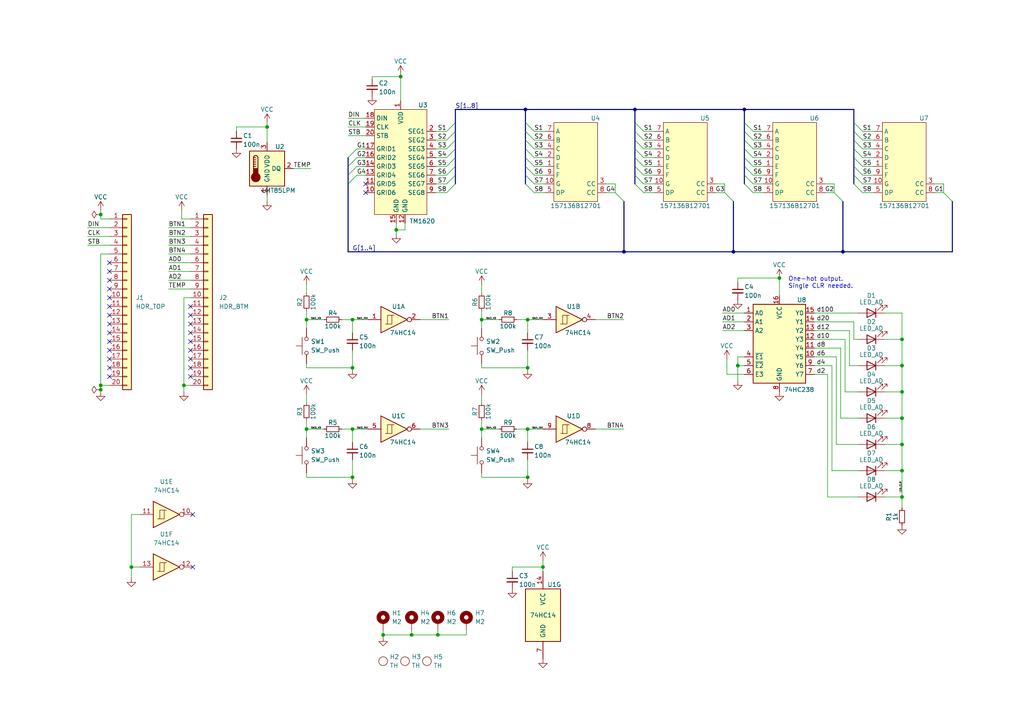
<source format=kicad_sch>
(kicad_sch (version 20211123) (generator eeschema)
  (paper "A4")
  (junction (at 153.035 92.71))
  (junction (at 213.995 106.045))
  (junction (at 261.62 128.905))
  (junction (at 244.475 73.025))
  (junction (at 261.62 106.045))
  (junction (at 102.235 106.68))
  (junction (at 116.205 22.225))
  (junction (at 114.935 66.675))
  (junction (at 139.7 124.46))
  (junction (at 102.235 92.71))
  (junction (at 157.48 164.465))
  (junction (at 29.21 111.76))
  (junction (at 215.9 31.75))
  (junction (at 226.06 80.645))
  (junction (at 139.7 92.71))
  (junction (at 261.62 136.525))
  (junction (at 153.035 124.46))
  (junction (at 180.975 73.025))
  (junction (at 127 184.15))
  (junction (at 261.62 144.145))
  (junction (at 38.1 164.465))
  (junction (at 29.21 62.23))
  (junction (at 88.9 92.71))
  (junction (at 102.235 138.43))
  (junction (at 102.235 124.46))
  (junction (at 261.62 121.285))
  (junction (at 88.9 124.46))
  (junction (at 77.47 36.83))
  (junction (at 261.62 113.665))
  (junction (at 119.38 184.15))
  (junction (at 153.035 106.68))
  (junction (at 111.125 184.15))
  (junction (at 212.725 73.025))
  (junction (at 153.035 138.43))
  (junction (at 29.21 113.03))
  (junction (at 53.34 111.76))
  (junction (at 261.62 98.425))
  (junction (at 184.15 31.75))
  (junction (at 152.4 31.75))
  (no_connect (at 31.75 109.22))
  (no_connect (at 31.75 83.82))
  (no_connect (at 31.75 78.74))
  (no_connect (at 55.245 96.52))
  (no_connect (at 55.245 106.68))
  (no_connect (at 55.245 104.14))
  (no_connect (at 31.75 81.28))
  (no_connect (at 31.75 104.14))
  (no_connect (at 55.88 149.225))
  (no_connect (at 31.75 93.98))
  (no_connect (at 106.045 55.88))
  (no_connect (at 31.75 88.9))
  (no_connect (at 55.245 101.6))
  (no_connect (at 31.75 101.6))
  (no_connect (at 31.75 91.44))
  (no_connect (at 31.75 96.52))
  (no_connect (at 31.75 86.36))
  (no_connect (at 55.245 99.06))
  (no_connect (at 55.88 164.465))
  (no_connect (at 31.75 76.2))
  (no_connect (at 31.75 106.68))
  (no_connect (at 106.045 53.34))
  (no_connect (at 55.245 91.44))
  (no_connect (at 55.245 88.9))
  (no_connect (at 55.245 109.22))
  (no_connect (at 31.75 99.06))
  (no_connect (at 55.245 93.98))
  (bus_entry (at 250.19 38.1) (size -2.54 -2.54))
  (bus_entry (at 218.44 43.18) (size -2.54 -2.54))
  (bus_entry (at 186.69 50.8) (size -2.54 -2.54))
  (bus_entry (at 129.54 48.26) (size 2.54 -2.54))
  (bus_entry (at 154.94 45.72) (size -2.54 -2.54))
  (bus_entry (at 186.69 40.64) (size -2.54 -2.54))
  (bus_entry (at 218.44 50.8) (size -2.54 -2.54))
  (bus_entry (at 186.69 48.26) (size -2.54 -2.54))
  (bus_entry (at 250.19 48.26) (size -2.54 -2.54))
  (bus_entry (at 154.94 55.88) (size -2.54 -2.54))
  (bus_entry (at 129.54 53.34) (size 2.54 -2.54))
  (bus_entry (at 186.69 38.1) (size -2.54 -2.54))
  (bus_entry (at 186.69 43.18) (size -2.54 -2.54))
  (bus_entry (at 241.935 55.88) (size 2.54 2.54))
  (bus_entry (at 129.54 55.88) (size 2.54 -2.54))
  (bus_entry (at 250.19 50.8) (size -2.54 -2.54))
  (bus_entry (at 250.19 40.64) (size -2.54 -2.54))
  (bus_entry (at 186.69 45.72) (size -2.54 -2.54))
  (bus_entry (at 129.54 38.1) (size 2.54 -2.54))
  (bus_entry (at 103.505 48.26) (size -2.54 2.54))
  (bus_entry (at 273.685 55.88) (size 2.54 2.54))
  (bus_entry (at 178.435 55.88) (size 2.54 2.54))
  (bus_entry (at 129.54 43.18) (size 2.54 -2.54))
  (bus_entry (at 129.54 50.8) (size 2.54 -2.54))
  (bus_entry (at 250.19 43.18) (size -2.54 -2.54))
  (bus_entry (at 250.19 53.34) (size -2.54 -2.54))
  (bus_entry (at 218.44 45.72) (size -2.54 -2.54))
  (bus_entry (at 186.69 55.88) (size -2.54 -2.54))
  (bus_entry (at 218.44 40.64) (size -2.54 -2.54))
  (bus_entry (at 218.44 48.26) (size -2.54 -2.54))
  (bus_entry (at 154.94 53.34) (size -2.54 -2.54))
  (bus_entry (at 103.505 45.72) (size -2.54 2.54))
  (bus_entry (at 103.505 43.18) (size -2.54 2.54))
  (bus_entry (at 218.44 53.34) (size -2.54 -2.54))
  (bus_entry (at 154.94 50.8) (size -2.54 -2.54))
  (bus_entry (at 129.54 45.72) (size 2.54 -2.54))
  (bus_entry (at 154.94 40.64) (size -2.54 -2.54))
  (bus_entry (at 250.19 45.72) (size -2.54 -2.54))
  (bus_entry (at 210.185 55.88) (size 2.54 2.54))
  (bus_entry (at 103.505 50.8) (size -2.54 2.54))
  (bus_entry (at 250.19 55.88) (size -2.54 -2.54))
  (bus_entry (at 218.44 38.1) (size -2.54 -2.54))
  (bus_entry (at 154.94 38.1) (size -2.54 -2.54))
  (bus_entry (at 154.94 48.26) (size -2.54 -2.54))
  (bus_entry (at 186.69 53.34) (size -2.54 -2.54))
  (bus_entry (at 129.54 40.64) (size 2.54 -2.54))
  (bus_entry (at 154.94 43.18) (size -2.54 -2.54))
  (bus_entry (at 218.44 55.88) (size -2.54 -2.54))
  (wire (pts (xy 53.34 113.665) (xy 53.34 111.76)))
  (wire (pts (xy 55.245 63.5) (xy 52.705 63.5)))
  (wire (pts (xy 261.62 113.665) (xy 256.54 113.665)))
  (wire (pts (xy 175.895 53.34) (xy 178.435 53.34)))
  (wire (pts (xy 236.22 103.505) (xy 242.57 103.505)))
  (bus (pts (xy 215.9 43.18) (xy 215.9 45.72)))
  (wire (pts (xy 158.115 38.1) (xy 154.94 38.1)))
  (bus (pts (xy 152.4 40.64) (xy 152.4 43.18)))
  (wire (pts (xy 221.615 38.1) (xy 218.44 38.1)))
  (wire (pts (xy 253.365 55.88) (xy 250.19 55.88)))
  (wire (pts (xy 52.705 60.96) (xy 52.705 63.5)))
  (bus (pts (xy 152.4 35.56) (xy 152.4 38.1)))
  (wire (pts (xy 139.7 121.92) (xy 139.7 124.46)))
  (wire (pts (xy 77.47 58.42) (xy 77.47 56.515)))
  (wire (pts (xy 261.62 121.285) (xy 261.62 128.905)))
  (wire (pts (xy 126.365 50.8) (xy 129.54 50.8)))
  (wire (pts (xy 246.38 95.885) (xy 246.38 106.045)))
  (bus (pts (xy 152.4 38.1) (xy 152.4 40.64)))
  (wire (pts (xy 271.145 55.88) (xy 273.685 55.88)))
  (wire (pts (xy 121.92 124.46) (xy 130.175 124.46)))
  (bus (pts (xy 184.15 38.1) (xy 184.15 40.64)))
  (wire (pts (xy 103.505 43.18) (xy 106.045 43.18)))
  (wire (pts (xy 213.995 106.045) (xy 215.9 106.045)))
  (wire (pts (xy 139.7 138.43) (xy 139.7 137.16)))
  (wire (pts (xy 236.22 108.585) (xy 240.03 108.585)))
  (wire (pts (xy 175.895 55.88) (xy 178.435 55.88)))
  (wire (pts (xy 68.58 36.83) (xy 77.47 36.83)))
  (wire (pts (xy 116.205 21.59) (xy 116.205 22.225)))
  (wire (pts (xy 207.645 53.34) (xy 210.185 53.34)))
  (wire (pts (xy 148.59 164.465) (xy 157.48 164.465)))
  (wire (pts (xy 48.895 71.12) (xy 55.245 71.12)))
  (wire (pts (xy 107.95 22.225) (xy 116.205 22.225)))
  (wire (pts (xy 102.235 101.6) (xy 102.235 106.68)))
  (wire (pts (xy 48.895 73.66) (xy 55.245 73.66)))
  (wire (pts (xy 213.995 106.045) (xy 213.995 103.505)))
  (wire (pts (xy 77.47 36.83) (xy 77.47 41.275)))
  (wire (pts (xy 149.86 92.71) (xy 153.035 92.71)))
  (wire (pts (xy 261.62 106.045) (xy 256.54 106.045)))
  (bus (pts (xy 132.08 50.8) (xy 132.08 48.26)))
  (wire (pts (xy 236.22 90.805) (xy 248.92 90.805)))
  (wire (pts (xy 247.65 93.345) (xy 247.65 98.425)))
  (wire (pts (xy 261.62 128.905) (xy 256.54 128.905)))
  (bus (pts (xy 152.4 45.72) (xy 152.4 48.26)))
  (wire (pts (xy 114.935 66.675) (xy 114.935 64.77)))
  (wire (pts (xy 153.035 106.68) (xy 139.7 106.68)))
  (bus (pts (xy 184.15 50.8) (xy 184.15 53.34)))
  (wire (pts (xy 153.035 133.35) (xy 153.035 138.43)))
  (bus (pts (xy 244.475 73.025) (xy 276.225 73.025)))
  (bus (pts (xy 184.15 45.72) (xy 184.15 48.26)))
  (bus (pts (xy 215.9 38.1) (xy 215.9 40.64)))
  (wire (pts (xy 100.965 36.83) (xy 106.045 36.83)))
  (bus (pts (xy 100.965 45.72) (xy 100.965 48.26)))
  (bus (pts (xy 247.65 35.56) (xy 247.65 38.1)))
  (wire (pts (xy 139.7 106.68) (xy 139.7 105.41)))
  (wire (pts (xy 111.125 184.785) (xy 111.125 184.15)))
  (wire (pts (xy 102.235 139.065) (xy 102.235 138.43)))
  (wire (pts (xy 29.21 113.665) (xy 29.21 113.03)))
  (wire (pts (xy 236.22 98.425) (xy 245.11 98.425)))
  (wire (pts (xy 236.22 93.345) (xy 247.65 93.345)))
  (wire (pts (xy 38.1 164.465) (xy 40.64 164.465)))
  (wire (pts (xy 126.365 45.72) (xy 129.54 45.72)))
  (wire (pts (xy 261.62 113.665) (xy 261.62 121.285)))
  (wire (pts (xy 157.48 162.56) (xy 157.48 164.465)))
  (wire (pts (xy 139.7 92.71) (xy 139.7 95.25)))
  (wire (pts (xy 29.21 113.03) (xy 29.21 111.76)))
  (bus (pts (xy 180.975 58.42) (xy 180.975 73.025)))
  (wire (pts (xy 221.615 53.34) (xy 218.44 53.34)))
  (wire (pts (xy 100.965 34.29) (xy 106.045 34.29)))
  (wire (pts (xy 153.035 139.065) (xy 153.035 138.43)))
  (wire (pts (xy 48.895 81.28) (xy 55.245 81.28)))
  (bus (pts (xy 215.9 35.56) (xy 215.9 38.1)))
  (wire (pts (xy 261.62 90.805) (xy 261.62 98.425)))
  (wire (pts (xy 107.95 22.86) (xy 107.95 22.225)))
  (bus (pts (xy 184.15 31.75) (xy 184.15 35.56)))
  (wire (pts (xy 213.995 110.49) (xy 213.995 106.045)))
  (wire (pts (xy 261.62 90.805) (xy 256.54 90.805)))
  (wire (pts (xy 48.895 68.58) (xy 55.245 68.58)))
  (wire (pts (xy 40.64 149.225) (xy 38.1 149.225)))
  (wire (pts (xy 242.57 128.905) (xy 248.92 128.905)))
  (bus (pts (xy 132.08 38.1) (xy 132.08 35.56)))
  (wire (pts (xy 102.235 106.68) (xy 88.9 106.68)))
  (wire (pts (xy 119.38 184.15) (xy 111.125 184.15)))
  (bus (pts (xy 132.08 53.34) (xy 132.08 50.8)))
  (bus (pts (xy 244.475 58.42) (xy 244.475 73.025)))
  (wire (pts (xy 119.38 182.88) (xy 119.38 184.15)))
  (bus (pts (xy 132.08 40.64) (xy 132.08 38.1)))
  (bus (pts (xy 247.65 43.18) (xy 247.65 45.72)))
  (bus (pts (xy 247.65 50.8) (xy 247.65 53.34)))
  (wire (pts (xy 25.4 68.58) (xy 31.75 68.58)))
  (wire (pts (xy 178.435 53.34) (xy 178.435 55.88)))
  (wire (pts (xy 99.06 124.46) (xy 102.235 124.46)))
  (wire (pts (xy 189.865 43.18) (xy 186.69 43.18)))
  (wire (pts (xy 221.615 40.64) (xy 218.44 40.64)))
  (wire (pts (xy 239.395 53.34) (xy 241.935 53.34)))
  (wire (pts (xy 189.865 55.88) (xy 186.69 55.88)))
  (wire (pts (xy 215.9 108.585) (xy 210.82 108.585)))
  (wire (pts (xy 271.145 53.34) (xy 273.685 53.34)))
  (wire (pts (xy 99.06 92.71) (xy 102.235 92.71)))
  (bus (pts (xy 184.15 48.26) (xy 184.15 50.8)))
  (wire (pts (xy 102.235 92.71) (xy 102.235 96.52)))
  (wire (pts (xy 158.115 45.72) (xy 154.94 45.72)))
  (wire (pts (xy 88.9 124.46) (xy 93.98 124.46)))
  (wire (pts (xy 48.895 76.2) (xy 55.245 76.2)))
  (wire (pts (xy 111.125 184.15) (xy 111.125 182.88)))
  (wire (pts (xy 236.22 106.045) (xy 241.3 106.045)))
  (wire (pts (xy 114.935 67.945) (xy 114.935 66.675)))
  (wire (pts (xy 126.365 43.18) (xy 129.54 43.18)))
  (wire (pts (xy 241.3 106.045) (xy 241.3 136.525)))
  (wire (pts (xy 189.865 50.8) (xy 186.69 50.8)))
  (bus (pts (xy 247.65 31.75) (xy 247.65 35.56)))
  (wire (pts (xy 246.38 106.045) (xy 248.92 106.045)))
  (wire (pts (xy 88.9 138.43) (xy 88.9 137.16)))
  (wire (pts (xy 153.035 107.315) (xy 153.035 106.68)))
  (bus (pts (xy 212.725 73.025) (xy 244.475 73.025)))
  (bus (pts (xy 247.65 38.1) (xy 247.65 40.64)))
  (wire (pts (xy 253.365 38.1) (xy 250.19 38.1)))
  (wire (pts (xy 139.7 114.3) (xy 139.7 116.84)))
  (wire (pts (xy 261.62 136.525) (xy 261.62 144.145)))
  (bus (pts (xy 276.225 58.42) (xy 276.225 73.025)))
  (wire (pts (xy 127 184.15) (xy 119.38 184.15)))
  (wire (pts (xy 261.62 144.145) (xy 261.62 147.32)))
  (wire (pts (xy 158.115 43.18) (xy 154.94 43.18)))
  (wire (pts (xy 153.035 92.71) (xy 157.48 92.71)))
  (wire (pts (xy 121.92 92.71) (xy 130.175 92.71)))
  (wire (pts (xy 103.505 45.72) (xy 106.045 45.72)))
  (bus (pts (xy 152.4 43.18) (xy 152.4 45.72)))
  (wire (pts (xy 88.9 82.55) (xy 88.9 85.09)))
  (wire (pts (xy 221.615 55.88) (xy 218.44 55.88)))
  (wire (pts (xy 126.365 40.64) (xy 129.54 40.64)))
  (wire (pts (xy 139.7 92.71) (xy 144.78 92.71)))
  (bus (pts (xy 132.08 48.26) (xy 132.08 45.72)))
  (wire (pts (xy 261.62 98.425) (xy 256.54 98.425)))
  (wire (pts (xy 139.7 82.55) (xy 139.7 85.09)))
  (bus (pts (xy 215.9 40.64) (xy 215.9 43.18)))
  (bus (pts (xy 152.4 31.75) (xy 152.4 35.56)))
  (wire (pts (xy 29.21 60.96) (xy 29.21 62.23)))
  (wire (pts (xy 139.7 124.46) (xy 144.78 124.46)))
  (bus (pts (xy 132.08 31.75) (xy 152.4 31.75)))
  (wire (pts (xy 29.21 111.76) (xy 31.75 111.76)))
  (bus (pts (xy 215.9 50.8) (xy 215.9 53.34)))
  (bus (pts (xy 215.9 45.72) (xy 215.9 48.26)))
  (wire (pts (xy 213.995 80.645) (xy 226.06 80.645)))
  (wire (pts (xy 53.34 111.76) (xy 53.34 86.36)))
  (bus (pts (xy 247.65 40.64) (xy 247.65 43.18)))
  (wire (pts (xy 245.11 113.665) (xy 248.92 113.665)))
  (wire (pts (xy 102.235 138.43) (xy 88.9 138.43)))
  (wire (pts (xy 209.55 90.805) (xy 215.9 90.805)))
  (wire (pts (xy 38.1 164.465) (xy 38.1 167.64)))
  (wire (pts (xy 158.115 55.88) (xy 154.94 55.88)))
  (wire (pts (xy 102.235 133.35) (xy 102.235 138.43)))
  (wire (pts (xy 25.4 66.04) (xy 31.75 66.04)))
  (wire (pts (xy 116.205 22.225) (xy 116.205 29.21)))
  (wire (pts (xy 261.62 136.525) (xy 256.54 136.525)))
  (wire (pts (xy 153.035 101.6) (xy 153.035 106.68)))
  (bus (pts (xy 152.4 31.75) (xy 184.15 31.75)))
  (wire (pts (xy 189.865 53.34) (xy 186.69 53.34)))
  (wire (pts (xy 236.22 100.965) (xy 243.84 100.965)))
  (bus (pts (xy 215.9 31.75) (xy 215.9 35.56)))
  (wire (pts (xy 68.58 38.1) (xy 68.58 36.83)))
  (wire (pts (xy 117.475 66.675) (xy 114.935 66.675)))
  (wire (pts (xy 243.84 121.285) (xy 248.92 121.285)))
  (wire (pts (xy 261.62 144.145) (xy 256.54 144.145)))
  (wire (pts (xy 48.895 66.04) (xy 55.245 66.04)))
  (wire (pts (xy 253.365 40.64) (xy 250.19 40.64)))
  (wire (pts (xy 213.995 103.505) (xy 215.9 103.505)))
  (wire (pts (xy 243.84 100.965) (xy 243.84 121.285)))
  (wire (pts (xy 273.685 53.34) (xy 273.685 55.88)))
  (wire (pts (xy 126.365 53.34) (xy 129.54 53.34)))
  (wire (pts (xy 253.365 45.72) (xy 250.19 45.72)))
  (wire (pts (xy 53.34 86.36) (xy 55.245 86.36)))
  (wire (pts (xy 240.03 144.145) (xy 248.92 144.145)))
  (wire (pts (xy 139.7 124.46) (xy 139.7 127)))
  (wire (pts (xy 221.615 48.26) (xy 218.44 48.26)))
  (wire (pts (xy 240.03 108.585) (xy 240.03 144.145)))
  (wire (pts (xy 53.34 111.76) (xy 55.245 111.76)))
  (wire (pts (xy 153.035 124.46) (xy 153.035 128.27)))
  (wire (pts (xy 88.9 124.46) (xy 88.9 127)))
  (wire (pts (xy 85.09 48.895) (xy 90.17 48.895)))
  (bus (pts (xy 247.65 48.26) (xy 247.65 50.8)))
  (wire (pts (xy 88.9 121.92) (xy 88.9 124.46)))
  (wire (pts (xy 29.21 62.23) (xy 29.21 63.5)))
  (bus (pts (xy 100.965 73.025) (xy 180.975 73.025)))
  (wire (pts (xy 103.505 48.26) (xy 106.045 48.26)))
  (wire (pts (xy 189.865 45.72) (xy 186.69 45.72)))
  (wire (pts (xy 127 182.88) (xy 127 184.15)))
  (wire (pts (xy 139.7 90.17) (xy 139.7 92.71)))
  (wire (pts (xy 158.115 48.26) (xy 154.94 48.26)))
  (wire (pts (xy 88.9 90.17) (xy 88.9 92.71)))
  (wire (pts (xy 236.22 95.885) (xy 246.38 95.885)))
  (wire (pts (xy 102.235 107.315) (xy 102.235 106.68)))
  (wire (pts (xy 88.9 92.71) (xy 93.98 92.71)))
  (wire (pts (xy 158.115 40.64) (xy 154.94 40.64)))
  (wire (pts (xy 135.255 184.15) (xy 127 184.15)))
  (wire (pts (xy 117.475 64.77) (xy 117.475 66.675)))
  (wire (pts (xy 158.115 50.8) (xy 154.94 50.8)))
  (bus (pts (xy 215.9 48.26) (xy 215.9 50.8)))
  (wire (pts (xy 102.235 124.46) (xy 106.68 124.46)))
  (wire (pts (xy 253.365 43.18) (xy 250.19 43.18)))
  (wire (pts (xy 102.235 92.71) (xy 106.68 92.71)))
  (wire (pts (xy 261.62 106.045) (xy 261.62 113.665)))
  (wire (pts (xy 239.395 55.88) (xy 241.935 55.88)))
  (bus (pts (xy 100.965 50.8) (xy 100.965 53.34)))
  (wire (pts (xy 153.035 124.46) (xy 157.48 124.46)))
  (wire (pts (xy 48.895 83.82) (xy 55.245 83.82)))
  (wire (pts (xy 221.615 43.18) (xy 218.44 43.18)))
  (wire (pts (xy 189.865 48.26) (xy 186.69 48.26)))
  (wire (pts (xy 158.115 53.34) (xy 154.94 53.34)))
  (wire (pts (xy 157.48 164.465) (xy 157.48 165.735)))
  (wire (pts (xy 241.935 53.34) (xy 241.935 55.88)))
  (bus (pts (xy 212.725 58.42) (xy 212.725 73.025)))
  (wire (pts (xy 221.615 45.72) (xy 218.44 45.72)))
  (wire (pts (xy 88.9 92.71) (xy 88.9 95.25)))
  (wire (pts (xy 172.72 124.46) (xy 180.975 124.46)))
  (wire (pts (xy 153.035 138.43) (xy 139.7 138.43)))
  (bus (pts (xy 215.9 31.75) (xy 247.65 31.75)))
  (wire (pts (xy 29.21 73.66) (xy 29.21 111.76)))
  (wire (pts (xy 126.365 48.26) (xy 129.54 48.26)))
  (wire (pts (xy 88.9 114.3) (xy 88.9 116.84)))
  (wire (pts (xy 226.06 80.645) (xy 226.06 85.725)))
  (wire (pts (xy 38.1 149.225) (xy 38.1 164.465)))
  (wire (pts (xy 213.995 81.915) (xy 213.995 80.645)))
  (wire (pts (xy 25.4 71.12) (xy 31.75 71.12)))
  (wire (pts (xy 207.645 55.88) (xy 210.185 55.88)))
  (bus (pts (xy 100.965 53.34) (xy 100.965 73.025)))
  (wire (pts (xy 261.62 121.285) (xy 256.54 121.285)))
  (wire (pts (xy 241.3 136.525) (xy 248.92 136.525)))
  (bus (pts (xy 184.15 40.64) (xy 184.15 43.18)))
  (wire (pts (xy 88.9 106.68) (xy 88.9 105.41)))
  (wire (pts (xy 31.75 73.66) (xy 29.21 73.66)))
  (wire (pts (xy 261.62 98.425) (xy 261.62 106.045)))
  (wire (pts (xy 102.235 124.46) (xy 102.235 128.27)))
  (bus (pts (xy 152.4 50.8) (xy 152.4 53.34)))
  (wire (pts (xy 253.365 48.26) (xy 250.19 48.26)))
  (wire (pts (xy 48.895 78.74) (xy 55.245 78.74)))
  (wire (pts (xy 261.62 128.905) (xy 261.62 136.525)))
  (wire (pts (xy 247.65 98.425) (xy 248.92 98.425)))
  (bus (pts (xy 152.4 48.26) (xy 152.4 50.8)))
  (wire (pts (xy 103.505 50.8) (xy 106.045 50.8)))
  (bus (pts (xy 184.15 43.18) (xy 184.15 45.72)))
  (wire (pts (xy 172.72 92.71) (xy 180.975 92.71)))
  (wire (pts (xy 189.865 40.64) (xy 186.69 40.64)))
  (wire (pts (xy 100.965 39.37) (xy 106.045 39.37)))
  (bus (pts (xy 100.965 48.26) (xy 100.965 50.8)))
  (wire (pts (xy 209.55 95.885) (xy 215.9 95.885)))
  (wire (pts (xy 126.365 55.88) (xy 129.54 55.88)))
  (wire (pts (xy 242.57 103.505) (xy 242.57 128.905)))
  (wire (pts (xy 245.11 98.425) (xy 245.11 113.665)))
  (wire (pts (xy 135.255 182.88) (xy 135.255 184.15)))
  (wire (pts (xy 31.75 63.5) (xy 29.21 63.5)))
  (wire (pts (xy 149.86 124.46) (xy 153.035 124.46)))
  (wire (pts (xy 210.185 53.34) (xy 210.185 55.88)))
  (wire (pts (xy 209.55 93.345) (xy 215.9 93.345)))
  (bus (pts (xy 184.15 35.56) (xy 184.15 38.1)))
  (wire (pts (xy 253.365 53.34) (xy 250.19 53.34)))
  (wire (pts (xy 189.865 38.1) (xy 186.69 38.1)))
  (wire (pts (xy 126.365 38.1) (xy 129.54 38.1)))
  (bus (pts (xy 180.975 73.025) (xy 212.725 73.025)))
  (wire (pts (xy 253.365 50.8) (xy 250.19 50.8)))
  (bus (pts (xy 132.08 35.56) (xy 132.08 31.75)))
  (wire (pts (xy 148.59 165.735) (xy 148.59 164.465)))
  (wire (pts (xy 153.035 92.71) (xy 153.035 96.52)))
  (bus (pts (xy 247.65 45.72) (xy 247.65 48.26)))
  (bus (pts (xy 184.15 31.75) (xy 215.9 31.75)))
  (wire (pts (xy 221.615 50.8) (xy 218.44 50.8)))
  (wire (pts (xy 210.82 108.585) (xy 210.82 104.14)))
  (bus (pts (xy 132.08 43.18) (xy 132.08 40.64)))
  (bus (pts (xy 132.08 45.72) (xy 132.08 43.18)))
  (wire (pts (xy 77.47 35.56) (xy 77.47 36.83)))
  (text "One-hot output.\nSingle CLR needed." (at 228.6 83.82 0) (effects (font (size 1.27 1.27)) (justify left bottom)))
  (label "AD2" (at 209.55 95.885 0))
  (label "S8" (at 154.94 55.88 0))
  (label "LED_CLR" (at 261.62 142.875 90) (effects (font (size 0.5 0.5))))
  (label "S7" (at 250.19 53.34 0))
  (label "d8" (at 236.855 100.965 0))
  (label "S4" (at 129.54 45.72 180))
  (label "S1" (at 154.94 38.1 0))
  (label "S1" (at 218.44 38.1 0))
  (label "S2" (at 218.44 40.64 0))
  (label "AD0" (at 48.895 76.2 0))
  (label "SW1_INV" (at 103.505 92.71 0) (effects (font (size 0.5 0.5))))
  (label "S2" (at 129.54 40.64 180))
  (label "G3" (at 103.505 48.26 0))
  (label "G4" (at 178.435 55.88 180))
  (label "S4" (at 154.94 45.72 0))
  (label "S3" (at 129.54 43.18 180))
  (label "S4" (at 186.69 45.72 0))
  (label "S7" (at 129.54 53.34 180))
  (label "BTN2" (at 48.895 68.58 0))
  (label "S6" (at 129.54 50.8 180))
  (label "G[1..4]" (at 102.235 73.025 0))
  (label "S8" (at 218.44 55.88 0))
  (label "S8" (at 129.54 55.88 180))
  (label "d6" (at 236.855 103.505 0))
  (label "TEMP" (at 90.17 48.895 180))
  (label "S4" (at 250.19 45.72 0))
  (label "S6" (at 154.94 50.8 0))
  (label "S7" (at 186.69 53.34 0))
  (label "SW3_VD" (at 90.17 124.46 0) (effects (font (size 0.5 0.5))))
  (label "S3" (at 154.94 43.18 0))
  (label "d20" (at 236.855 93.345 0))
  (label "d100" (at 236.855 90.805 0))
  (label "SW4_VD" (at 140.97 124.46 0) (effects (font (size 0.5 0.5))))
  (label "S8" (at 250.19 55.88 0))
  (label "BTN4" (at 48.895 73.66 0))
  (label "S5" (at 129.54 48.26 180))
  (label "S1" (at 250.19 38.1 0))
  (label "G4" (at 103.505 50.8 0))
  (label "CLK" (at 100.965 36.83 0))
  (label "SW2_INV" (at 154.305 92.71 0) (effects (font (size 0.5 0.5))))
  (label "AD0" (at 209.55 90.805 0))
  (label "d10" (at 236.855 98.425 0))
  (label "S5" (at 154.94 48.26 0))
  (label "d4" (at 236.855 106.045 0))
  (label "CLK" (at 25.4 68.58 0))
  (label "S5" (at 186.69 48.26 0))
  (label "d12" (at 236.855 95.885 0))
  (label "SW3_INV" (at 103.505 124.46 0) (effects (font (size 0.5 0.5))))
  (label "SW2_VD" (at 140.97 92.71 0) (effects (font (size 0.5 0.5))))
  (label "S2" (at 154.94 40.64 0))
  (label "S5" (at 218.44 48.26 0))
  (label "d2" (at 236.855 108.585 0))
  (label "BTN1" (at 48.895 66.04 0))
  (label "DIN" (at 100.965 34.29 0))
  (label "S6" (at 186.69 50.8 0))
  (label "S1" (at 186.69 38.1 0))
  (label "STB" (at 100.965 39.37 0))
  (label "AD1" (at 209.55 93.345 0))
  (label "G3" (at 210.185 55.88 180))
  (label "S2" (at 186.69 40.64 0))
  (label "BTN3" (at 48.895 71.12 0))
  (label "SW4_INV" (at 154.305 124.46 0) (effects (font (size 0.5 0.5))))
  (label "G1" (at 273.685 55.88 180))
  (label "S3" (at 250.19 43.18 0))
  (label "S6" (at 250.19 50.8 0))
  (label "BTN4" (at 180.975 124.46 180))
  (label "BTN3" (at 130.175 124.46 180))
  (label "S2" (at 250.19 40.64 0))
  (label "S7" (at 154.94 53.34 0))
  (label "SW1_VD" (at 90.17 92.71 0) (effects (font (size 0.5 0.5))))
  (label "DIN" (at 25.4 66.04 0))
  (label "AD1" (at 48.895 78.74 0))
  (label "S8" (at 186.69 55.88 0))
  (label "BTN2" (at 180.975 92.71 180))
  (label "S5" (at 250.19 48.26 0))
  (label "S1" (at 129.54 38.1 180))
  (label "S3" (at 218.44 43.18 0))
  (label "STB" (at 25.4 71.12 0))
  (label "S[1..8]" (at 132.08 31.75 0))
  (label "G2" (at 103.505 45.72 0))
  (label "G1" (at 103.505 43.18 0))
  (label "S6" (at 218.44 50.8 0))
  (label "S3" (at 186.69 43.18 0))
  (label "AD2" (at 48.895 81.28 0))
  (label "TEMP" (at 48.895 83.82 0))
  (label "S7" (at 218.44 53.34 0))
  (label "BTN1" (at 130.175 92.71 180))
  (label "S4" (at 218.44 45.72 0))
  (label "G2" (at 241.935 55.88 180))
  (symbol (lib_id "Device:R_Small") (at 261.62 149.86 180) (unit 1)
    (property "Reference" "R1" (at 257.81 149.86 90))
    (property "Value" "1k" (at 259.715 149.86 90))
    (property "Footprint" "Resistor_SMD:R_0603_1608Metric" (effects hide))
    (property "Datasheet" "https://datasheet.lcsc.com/lcsc/2206010130_UNI-ROYAL-Uniroyal-Elec-0603WAF1001T5E_C21190.pdf" (effects hide))
    (property "Mfr" "UNI-ROYAL(Uniroyal Elec)" (effects hide))
    (property "Mfr Part" "0603WAF1001T5E" (effects hide))
    (property "Supp Part" "C21190" (effects hide))
    (property "Supp" "JLCPCB" (effects hide))
  )
  (symbol (lib_id "power:VCC") (at 116.205 21.59 0) (unit 1)
    (property "Reference" "#PWR06" (effects hide))
    (property "Value" "VCC" (at 116.205 17.78 0))
  )
  (symbol (lib_id "Device:R_Small") (at 139.7 87.63 180) (unit 1)
    (property "Reference" "R6" (at 137.795 87.63 90))
    (property "Value" "100k" (at 141.605 87.63 90))
    (property "Footprint" "Resistor_SMD:R_0603_1608Metric" (effects hide))
    (property "Mfr" "UNI-ROYAL(Uniroyal Elec)" (effects hide))
    (property "Mfr Part" "0603WAF1003T5E" (effects hide))
    (property "Supp" "JLCPCB" (effects hide))
    (property "Supp Part" "C25803" (effects hide))
  )
  (symbol (lib_id "power:GND") (at 53.34 113.665 0) (unit 1)
    (property "Reference" "#PWR020" (effects hide))
    (property "Value" "GND" (effects hide))
  )
  (symbol (lib_id "JLCPCB_Fab:ToolingHole") (at 117.475 191.77 0) (unit 1)
    (property "Reference" "H3" (at 119.38 190.5 0) (effects (justify left)))
    (property "Value" "TH" (at 119.38 193.04 0) (effects (justify left)))
    (property "Footprint" "JLCPCB_Fab_Library:ToolingHole" (effects hide))
  )
  (symbol (lib_id "power:GND") (at 114.935 67.945 0) (unit 1)
    (property "Reference" "#PWR05" (effects hide))
    (property "Value" "GND" (effects hide))
  )
  (symbol (lib_id "JLCPCB_Fab:TM1620") (at 116.205 46.99 0) (unit 1)
    (property "Reference" "U3" (at 121.285 30.48 0) (effects (justify left)))
    (property "Value" "TM1620" (at 118.745 64.135 0) (effects (justify left)))
    (property "Footprint" "Package_SO:SOIC-20W_7.5x12.8mm_P1.27mm" (effects hide))
    (property "Mfr" "TM(Shenzhen Titan Micro Elec)" (effects hide))
    (property "Mfr Part" "TM1620" (effects hide))
    (property "Supp" "JLCPCB" (effects hide))
    (property "Supp Part" "C19579" (effects hide))
  )
  (symbol (lib_id "power:VCC") (at 88.9 114.3 0) (unit 1)
    (property "Reference" "#PWR0106" (effects hide))
    (property "Value" "VCC" (at 88.9 110.49 0))
  )
  (symbol (lib_id "Device:C_Small") (at 107.95 25.4 0) (unit 1)
    (property "Reference" "C2" (at 109.855 24.13 0) (effects (justify left)))
    (property "Value" "100n" (at 109.855 26.67 0) (effects (justify left)))
    (property "Footprint" "Capacitor_SMD:C_0603_1608Metric" (effects hide))
    (property "Mfr" "YAGEO" (effects hide))
    (property "Mfr Part" "CC0603KRX7R9BB104" (effects hide))
    (property "Supp" "JLCPCB" (effects hide))
    (property "Supp Part" "C14663" (effects hide))
  )
  (symbol (lib_id "power:VCC") (at 139.7 82.55 0) (unit 1)
    (property "Reference" "#PWR0109" (effects hide))
    (property "Value" "VCC" (at 139.7 78.74 0))
  )
  (symbol (lib_id "power:GND") (at 102.235 107.315 0) (unit 1)
    (property "Reference" "#PWR0107" (effects hide))
    (property "Value" "GND" (effects hide))
  )
  (symbol (lib_id "power:GND") (at 148.59 170.815 0) (unit 1)
    (property "Reference" "#PWR07" (effects hide))
    (property "Value" "GND" (effects hide))
  )
  (symbol (lib_id "power:VCC") (at 157.48 162.56 0) (unit 1)
    (property "Reference" "#PWR08" (effects hide))
    (property "Value" "VCC" (at 157.48 158.75 0))
  )
  (symbol (lib_id "power:GND") (at 153.035 139.065 0) (unit 1)
    (property "Reference" "#PWR0103" (effects hide))
    (property "Value" "GND" (effects hide))
  )
  (symbol (lib_id "Device:R_Small") (at 147.32 124.46 90) (unit 1)
    (property "Reference" "R9" (at 147.32 122.555 90))
    (property "Value" "100k" (at 147.32 126.365 90))
    (property "Footprint" "Resistor_SMD:R_0603_1608Metric" (effects hide))
    (property "Mfr" "UNI-ROYAL(Uniroyal Elec)" (effects hide))
    (property "Mfr Part" "0603WAF1003T5E" (effects hide))
    (property "Supp" "JLCPCB" (effects hide))
    (property "Supp Part" "C25803" (effects hide))
  )
  (symbol (lib_id "Switch:SW_Push") (at 88.9 100.33 90) (unit 1)
    (property "Reference" "SW1" (at 90.17 99.0599 90) (effects (justify right)))
    (property "Value" "SW_Push" (at 90.17 101.5999 90) (effects (justify right)))
    (property "Footprint" "Button_Switch_THT:SW_PUSH_6mm" (effects hide))
    (property "Datasheet" "https://www.mouser.com/datasheet/2/670/ts02-2586188.pdf" (effects hide))
    (property "Mfr" "CUI Devices " (effects hide))
    (property "Mfr Part" "TS02-66-73-BK-260-SCR-D " (effects hide))
    (property "Supp" "Mouser" (effects hide))
    (property "Supp Part" "179-TS026673BK260SCR" (effects hide))
  )
  (symbol (lib_id "power:GND") (at 261.62 152.4 0) (unit 1)
    (property "Reference" "#PWR016" (effects hide))
    (property "Value" "GND" (effects hide))
  )
  (symbol (lib_id "power:GND") (at 77.47 58.42 0) (unit 1)
    (property "Reference" "#PWR03" (effects hide))
    (property "Value" "GND" (effects hide))
  )
  (symbol (lib_id "Device:R_Small") (at 147.32 92.71 90) (unit 1)
    (property "Reference" "R8" (at 147.32 90.805 90))
    (property "Value" "100k" (at 147.32 94.615 90))
    (property "Footprint" "Resistor_SMD:R_0603_1608Metric" (effects hide))
    (property "Mfr" "UNI-ROYAL(Uniroyal Elec)" (effects hide))
    (property "Mfr Part" "0603WAF1003T5E" (effects hide))
    (property "Supp" "JLCPCB" (effects hide))
    (property "Supp Part" "C25803" (effects hide))
  )
  (symbol (lib_id "74xx:74HC14") (at 157.48 178.435 0) (unit 7)
    (property "Reference" "U1" (at 158.75 169.545 0) (effects (justify left)))
    (property "Value" "74HC14" (at 153.67 178.435 0) (effects (justify left)))
    (property "Footprint" "Package_DIP:DIP-14_W7.62mm_LongPads" (effects hide))
    (property "Datasheet" "https://www.mouser.com/datasheet/2/408/TC74HC14AF_datasheet_en_20120229-1209204.pdf" (effects hide))
    (property "Mfr" "Toshiba " (effects hide))
    (property "Mfr Part" "TC74HC14APF" (effects hide))
    (property "Supp" "Mouser" (effects hide))
    (property "Supp Part" "757-TC74HC14AP(F,M) " (effects hide))
  )
  (symbol (lib_id "Device:LED") (at 252.73 128.905 180) (unit 1)
    (property "Reference" "D6" (at 252.73 123.825 0))
    (property "Value" "LED_AD" (at 252.73 125.73 0))
    (property "Footprint" "LED_SMD:LED_0603_1608Metric" (effects hide))
    (property "Datasheet" "https://datasheet.lcsc.com/lcsc/1809041711_Hubei-KENTO-Elec-C2290_C2290.pdf" (effects hide))
    (property "Mfr" "Hubei KENTO Elec" (effects hide))
    (property "Mfr Part" "C2290" (effects hide))
    (property "Supp" "JLCPCB" (effects hide))
    (property "Supp Part" "C2290" (effects hide))
  )
  (symbol (lib_id "Mechanical:MountingHole_Pad") (at 119.38 180.34 0) (unit 1)
    (property "Reference" "H4" (at 121.92 177.7999 0) (effects (justify left)))
    (property "Value" "M2" (at 121.92 180.3399 0) (effects (justify left)))
    (property "Footprint" "MountingHole:MountingHole_2.2mm_M2_Pad" (effects hide))
  )
  (symbol (lib_id "Device:LED") (at 252.73 121.285 180) (unit 1)
    (property "Reference" "D5" (at 252.73 116.205 0))
    (property "Value" "LED_AD" (at 252.73 118.11 0))
    (property "Footprint" "LED_SMD:LED_0603_1608Metric" (effects hide))
    (property "Datasheet" "https://datasheet.lcsc.com/lcsc/1809041711_Hubei-KENTO-Elec-C2290_C2290.pdf" (effects hide))
    (property "Mfr" "Hubei KENTO Elec" (effects hide))
    (property "Mfr Part" "C2290" (effects hide))
    (property "Supp" "JLCPCB" (effects hide))
    (property "Supp Part" "C2290" (effects hide))
  )
  (symbol (lib_id "Switch:SW_Push") (at 139.7 132.08 90) (unit 1)
    (property "Reference" "SW4" (at 140.97 130.8099 90) (effects (justify right)))
    (property "Value" "SW_Push" (at 140.97 133.3499 90) (effects (justify right)))
    (property "Footprint" "Button_Switch_THT:SW_PUSH_6mm" (effects hide))
    (property "Datasheet" "https://www.mouser.com/datasheet/2/670/ts02-2586188.pdf" (effects hide))
    (property "Mfr" "CUI Devices " (effects hide))
    (property "Mfr Part" "TS02-66-73-BK-260-SCR-D " (effects hide))
    (property "Supp" "Mouser" (effects hide))
    (property "Supp Part" "179-TS026673BK260SCR" (effects hide))
  )
  (symbol (lib_id "Connector_Generic:Conn_01x20") (at 36.83 86.36 0) (unit 1)
    (property "Reference" "J1" (at 39.37 86.3599 0) (effects (justify left)))
    (property "Value" "HDR_TOP" (at 39.37 88.8999 0) (effects (justify left)))
    (property "Footprint" "Connector_PinHeader_2.54mm:PinHeader_1x20_P2.54mm_Vertical" (effects hide))
    (property "Mfr" "Amphenol FCI" (effects hide))
    (property "Mfr Part" "10129378-920001BLF" (effects hide))
    (property "Supp" "Mouser" (effects hide))
    (property "Supp Part" "649-1012937892001BLF" (effects hide))
  )
  (symbol (lib_id "power:GND") (at 157.48 191.135 0) (unit 1)
    (property "Reference" "#PWR09" (effects hide))
    (property "Value" "GND" (effects hide))
  )
  (symbol (lib_id "JLCPCB_Fab:ToolingHole") (at 123.825 191.77 0) (unit 1)
    (property "Reference" "H5" (at 125.73 190.5 0) (effects (justify left)))
    (property "Value" "TH" (at 125.73 193.04 0) (effects (justify left)))
    (property "Footprint" "JLCPCB_Fab_Library:ToolingHole" (effects hide))
  )
  (symbol (lib_id "Device:C_Small") (at 153.035 99.06 0) (unit 1)
    (property "Reference" "C7" (at 154.94 97.79 0) (effects (justify left)))
    (property "Value" "100n" (at 154.94 100.33 0) (effects (justify left)))
    (property "Footprint" "Capacitor_SMD:C_0603_1608Metric" (effects hide))
    (property "Mfr" "YAGEO" (effects hide))
    (property "Mfr Part" "CC0603KRX7R9BB104" (effects hide))
    (property "Supp" "JLCPCB" (effects hide))
    (property "Supp Part" "C14663" (effects hide))
  )
  (symbol (lib_id "power:VCC") (at 77.47 35.56 0) (unit 1)
    (property "Reference" "#PWR02" (effects hide))
    (property "Value" "VCC" (at 77.47 31.75 0))
  )
  (symbol (lib_id "power:VCC") (at 139.7 114.3 0) (unit 1)
    (property "Reference" "#PWR0108" (effects hide))
    (property "Value" "VCC" (at 139.7 110.49 0))
  )
  (symbol (lib_id "MyParts:157136B12701") (at 262.255 46.99 0) (unit 1)
    (property "Reference" "U7" (at 267.97 34.29 0))
    (property "Value" "157136B12701" (at 262.255 59.69 0))
    (property "Footprint" "MyParts-Library:157136B12701" (effects hide))
    (property "Datasheet" "https://www.mouser.com/datasheet/2/445/157136B12701-3086234.pdf" (effects hide))
    (property "Mfr" "Wurth Elektronik " (effects hide))
    (property "Mfr Part" "157136B12701 " (effects hide))
    (property "Supp" "Mouser" (effects hide))
    (property "Supp Part" "710-157136B12701 " (effects hide))
  )
  (symbol (lib_id "power:GND") (at 111.125 184.785 0) (unit 1)
    (property "Reference" "#PWR010" (effects hide))
    (property "Value" "GND" (effects hide))
  )
  (symbol (lib_id "power:VCC") (at 226.06 80.645 0) (unit 1)
    (property "Reference" "#PWR014" (effects hide))
    (property "Value" "VCC" (at 226.06 76.835 0))
  )
  (symbol (lib_id "Switch:SW_Push") (at 139.7 100.33 90) (unit 1)
    (property "Reference" "SW2" (at 140.97 99.0599 90) (effects (justify right)))
    (property "Value" "SW_Push" (at 140.97 101.5999 90) (effects (justify right)))
    (property "Footprint" "Button_Switch_THT:SW_PUSH_6mm" (effects hide))
    (property "Datasheet" "https://www.mouser.com/datasheet/2/670/ts02-2586188.pdf" (effects hide))
    (property "Mfr" "CUI Devices " (effects hide))
    (property "Mfr Part" "TS02-66-73-BK-260-SCR-D " (effects hide))
    (property "Supp" "Mouser" (effects hide))
    (property "Supp Part" "179-TS026673BK260SCR" (effects hide))
  )
  (symbol (lib_id "power:VCC") (at 29.21 60.96 0) (unit 1)
    (property "Reference" "#PWR017" (effects hide))
    (property "Value" "VCC" (at 29.21 57.15 0))
  )
  (symbol (lib_id "Device:R_Small") (at 88.9 87.63 180) (unit 1)
    (property "Reference" "R2" (at 86.995 87.63 90))
    (property "Value" "100k" (at 90.805 87.63 90))
    (property "Footprint" "Resistor_SMD:R_0603_1608Metric" (effects hide))
    (property "Mfr" "UNI-ROYAL(Uniroyal Elec)" (effects hide))
    (property "Mfr Part" "0603WAF1003T5E" (effects hide))
    (property "Supp" "JLCPCB" (effects hide))
    (property "Supp Part" "C25803" (effects hide))
  )
  (symbol (lib_id "Device:C_Small") (at 68.58 40.64 0) (unit 1)
    (property "Reference" "C1" (at 70.485 39.37 0) (effects (justify left)))
    (property "Value" "100n" (at 70.485 41.91 0) (effects (justify left)))
    (property "Footprint" "Capacitor_SMD:C_0603_1608Metric" (effects hide))
    (property "Mfr" "YAGEO" (effects hide))
    (property "Mfr Part" "CC0603KRX7R9BB104" (effects hide))
    (property "Supp" "JLCPCB" (effects hide))
    (property "Supp Part" "C14663" (effects hide))
  )
  (symbol (lib_id "power:GND") (at 29.21 113.665 0) (unit 1)
    (property "Reference" "#PWR018" (effects hide))
    (property "Value" "GND" (effects hide))
  )
  (symbol (lib_id "Device:C_Small") (at 148.59 168.275 0) (unit 1)
    (property "Reference" "C3" (at 150.495 167.005 0) (effects (justify left)))
    (property "Value" "100n" (at 150.495 169.545 0) (effects (justify left)))
    (property "Footprint" "Capacitor_SMD:C_0603_1608Metric" (effects hide))
    (property "Mfr" "YAGEO" (effects hide))
    (property "Mfr Part" "CC0603KRX7R9BB104" (effects hide))
    (property "Supp" "JLCPCB" (effects hide))
    (property "Supp Part" "C14663" (effects hide))
  )
  (symbol (lib_id "74xx:74HC14") (at 114.3 92.71 0) (unit 1)
    (property "Reference" "U1" (at 115.57 88.9 0))
    (property "Value" "74HC14" (at 116.84 96.52 0))
    (property "Footprint" "Package_DIP:DIP-14_W7.62mm_LongPads" (effects hide))
    (property "Datasheet" "https://www.mouser.com/datasheet/2/408/TC74HC14AF_datasheet_en_20120229-1209204.pdf" (effects hide))
    (property "Mfr" "Toshiba " (effects hide))
    (property "Mfr Part" "TC74HC14APF" (effects hide))
    (property "Supp" "Mouser" (effects hide))
    (property "Supp Part" "757-TC74HC14AP(F,M) " (effects hide))
  )
  (symbol (lib_id "Device:R_Small") (at 96.52 92.71 90) (unit 1)
    (property "Reference" "R4" (at 96.52 90.805 90))
    (property "Value" "100k" (at 96.52 94.615 90))
    (property "Footprint" "Resistor_SMD:R_0603_1608Metric" (effects hide))
    (property "Mfr" "UNI-ROYAL(Uniroyal Elec)" (effects hide))
    (property "Mfr Part" "0603WAF1003T5E" (effects hide))
    (property "Supp" "JLCPCB" (effects hide))
    (property "Supp Part" "C25803" (effects hide))
  )
  (symbol (lib_id "Mechanical:MountingHole_Pad") (at 127 180.34 0) (unit 1)
    (property "Reference" "H6" (at 129.54 177.7999 0) (effects (justify left)))
    (property "Value" "M2" (at 129.54 180.3399 0) (effects (justify left)))
    (property "Footprint" "MountingHole:MountingHole_2.2mm_M2_Pad" (effects hide))
  )
  (symbol (lib_id "power:GND") (at 153.035 107.315 0) (unit 1)
    (property "Reference" "#PWR0102" (effects hide))
    (property "Value" "GND" (effects hide))
  )
  (symbol (lib_id "Device:C_Small") (at 102.235 130.81 0) (unit 1)
    (property "Reference" "C6" (at 104.14 129.54 0) (effects (justify left)))
    (property "Value" "100n" (at 104.14 132.08 0) (effects (justify left)))
    (property "Footprint" "Capacitor_SMD:C_0603_1608Metric" (effects hide))
    (property "Mfr" "YAGEO" (effects hide))
    (property "Mfr Part" "CC0603KRX7R9BB104" (effects hide))
    (property "Supp" "JLCPCB" (effects hide))
    (property "Supp Part" "C14663" (effects hide))
  )
  (symbol (lib_id "power:GND") (at 226.06 113.665 0) (unit 1)
    (property "Reference" "#PWR015" (effects hide))
    (property "Value" "GND" (effects hide))
  )
  (symbol (lib_id "MyParts:157136B12701") (at 167.005 46.99 0) (unit 1)
    (property "Reference" "U4" (at 172.72 34.29 0))
    (property "Value" "157136B12701" (at 167.005 59.69 0))
    (property "Footprint" "MyParts-Library:157136B12701" (effects hide))
    (property "Datasheet" "https://www.mouser.com/datasheet/2/445/157136B12701-3086234.pdf" (effects hide))
    (property "Mfr" "Wurth Elektronik " (effects hide))
    (property "Mfr Part" "157136B12701 " (effects hide))
    (property "Supp" "Mouser" (effects hide))
    (property "Supp Part" "710-157136B12701 " (effects hide))
  )
  (symbol (lib_id "Device:LED") (at 252.73 98.425 180) (unit 1)
    (property "Reference" "D2" (at 252.73 93.345 0))
    (property "Value" "LED_AD" (at 252.73 95.25 0))
    (property "Footprint" "LED_SMD:LED_0603_1608Metric" (effects hide))
    (property "Datasheet" "https://datasheet.lcsc.com/lcsc/1809041711_Hubei-KENTO-Elec-C2290_C2290.pdf" (effects hide))
    (property "Mfr" "Hubei KENTO Elec" (effects hide))
    (property "Mfr Part" "C2290" (effects hide))
    (property "Supp" "JLCPCB" (effects hide))
    (property "Supp Part" "C2290" (effects hide))
  )
  (symbol (lib_id "power:VCC") (at 210.82 104.14 0) (unit 1)
    (property "Reference" "#PWR011" (effects hide))
    (property "Value" "VCC" (at 210.82 100.33 0))
  )
  (symbol (lib_id "Switch:SW_Push") (at 88.9 132.08 90) (unit 1)
    (property "Reference" "SW3" (at 90.17 130.8099 90) (effects (justify right)))
    (property "Value" "SW_Push" (at 90.17 133.3499 90) (effects (justify right)))
    (property "Footprint" "Button_Switch_THT:SW_PUSH_6mm" (effects hide))
    (property "Datasheet" "https://www.mouser.com/datasheet/2/670/ts02-2586188.pdf" (effects hide))
    (property "Mfr" "CUI Devices " (effects hide))
    (property "Mfr Part" "TS02-66-73-BK-260-SCR-D " (effects hide))
    (property "Supp" "Mouser" (effects hide))
    (property "Supp Part" "179-TS026673BK260SCR" (effects hide))
  )
  (symbol (lib_id "power:PWR_FLAG") (at 29.21 62.23 90) (unit 1)
    (property "Reference" "#FLG01" (effects hide))
    (property "Value" "PWR_FLAG" (effects hide))
  )
  (symbol (lib_id "Device:LED") (at 252.73 106.045 180) (unit 1)
    (property "Reference" "D3" (at 252.73 100.965 0))
    (property "Value" "LED_AD" (at 252.73 102.87 0))
    (property "Footprint" "LED_SMD:LED_0603_1608Metric" (effects hide))
    (property "Datasheet" "https://datasheet.lcsc.com/lcsc/1809041711_Hubei-KENTO-Elec-C2290_C2290.pdf" (effects hide))
    (property "Mfr" "Hubei KENTO Elec" (effects hide))
    (property "Mfr Part" "C2290" (effects hide))
    (property "Supp" "JLCPCB" (effects hide))
    (property "Supp Part" "C2290" (effects hide))
  )
  (symbol (lib_id "Mechanical:MountingHole_Pad") (at 111.125 180.34 0) (unit 1)
    (property "Reference" "H1" (at 113.665 177.7999 0) (effects (justify left)))
    (property "Value" "M2" (at 113.665 180.3399 0) (effects (justify left)))
    (property "Footprint" "MountingHole:MountingHole_2.2mm_M2_Pad" (effects hide))
  )
  (symbol (lib_id "Mechanical:MountingHole_Pad") (at 135.255 180.34 0) (unit 1)
    (property "Reference" "H7" (at 137.795 177.7999 0) (effects (justify left)))
    (property "Value" "M2" (at 137.795 180.3399 0) (effects (justify left)))
    (property "Footprint" "MountingHole:MountingHole_2.2mm_M2_Pad" (effects hide))
  )
  (symbol (lib_id "74xx:74HC14") (at 114.3 124.46 0) (unit 3)
    (property "Reference" "U1" (at 115.57 120.65 0))
    (property "Value" "74HC14" (at 116.84 128.27 0))
    (property "Footprint" "Package_DIP:DIP-14_W7.62mm_LongPads" (effects hide))
    (property "Datasheet" "https://www.mouser.com/datasheet/2/408/TC74HC14AF_datasheet_en_20120229-1209204.pdf" (effects hide))
    (property "Mfr" "Toshiba " (effects hide))
    (property "Mfr Part" "TC74HC14APF" (effects hide))
    (property "Supp" "Mouser" (effects hide))
    (property "Supp Part" "757-TC74HC14AP(F,M) " (effects hide))
  )
  (symbol (lib_id "Device:LED") (at 252.73 90.805 180) (unit 1)
    (property "Reference" "D1" (at 252.73 85.725 0))
    (property "Value" "LED_AD" (at 252.73 87.63 0))
    (property "Footprint" "LED_SMD:LED_0603_1608Metric" (effects hide))
    (property "Datasheet" "https://datasheet.lcsc.com/lcsc/1809041711_Hubei-KENTO-Elec-C2290_C2290.pdf" (effects hide))
    (property "Mfr" "Hubei KENTO Elec" (effects hide))
    (property "Mfr Part" "C2290" (effects hide))
    (property "Supp" "JLCPCB" (effects hide))
    (property "Supp Part" "C2290" (effects hide))
  )
  (symbol (lib_id "power:GND") (at 38.1 167.64 0) (unit 1)
    (property "Reference" "#PWR0105" (effects hide))
    (property "Value" "GND" (effects hide))
  )
  (symbol (lib_id "Device:C_Small") (at 153.035 130.81 0) (unit 1)
    (property "Reference" "C8" (at 154.94 129.54 0) (effects (justify left)))
    (property "Value" "100n" (at 154.94 132.08 0) (effects (justify left)))
    (property "Footprint" "Capacitor_SMD:C_0603_1608Metric" (effects hide))
    (property "Mfr" "YAGEO" (effects hide))
    (property "Mfr Part" "CC0603KRX7R9BB104" (effects hide))
    (property "Supp" "JLCPCB" (effects hide))
    (property "Supp Part" "C14663" (effects hide))
  )
  (symbol (lib_id "power:GND") (at 68.58 43.18 0) (unit 1)
    (property "Reference" "#PWR01" (effects hide))
    (property "Value" "GND" (effects hide))
  )
  (symbol (lib_id "power:GND") (at 102.235 139.065 0) (unit 1)
    (property "Reference" "#PWR0104" (effects hide))
    (property "Value" "GND" (effects hide))
  )
  (symbol (lib_id "Device:R_Small") (at 139.7 119.38 180) (unit 1)
    (property "Reference" "R7" (at 137.795 119.38 90))
    (property "Value" "100k" (at 141.605 119.38 90))
    (property "Footprint" "Resistor_SMD:R_0603_1608Metric" (effects hide))
    (property "Mfr" "UNI-ROYAL(Uniroyal Elec)" (effects hide))
    (property "Mfr Part" "0603WAF1003T5E" (effects hide))
    (property "Supp" "JLCPCB" (effects hide))
    (property "Supp Part" "C25803" (effects hide))
  )
  (symbol (lib_id "Device:R_Small") (at 88.9 119.38 180) (unit 1)
    (property "Reference" "R3" (at 86.995 119.38 90))
    (property "Value" "100k" (at 90.805 119.38 90))
    (property "Footprint" "Resistor_SMD:R_0603_1608Metric" (effects hide))
    (property "Mfr" "UNI-ROYAL(Uniroyal Elec)" (effects hide))
    (property "Mfr Part" "0603WAF1003T5E" (effects hide))
    (property "Supp" "JLCPCB" (effects hide))
    (property "Supp Part" "C25803" (effects hide))
  )
  (symbol (lib_id "74xx:74HC14") (at 48.26 164.465 0) (unit 6)
    (property "Reference" "U1" (at 48.26 154.94 0))
    (property "Value" "74HC14" (at 48.26 157.48 0))
    (property "Footprint" "Package_DIP:DIP-14_W7.62mm_LongPads" (effects hide))
    (property "Datasheet" "https://www.mouser.com/datasheet/2/408/TC74HC14AF_datasheet_en_20120229-1209204.pdf" (effects hide))
    (property "Mfr" "Toshiba " (effects hide))
    (property "Mfr Part" "TC74HC14APF" (effects hide))
    (property "Supp" "Mouser" (effects hide))
    (property "Supp Part" "757-TC74HC14AP(F,M) " (effects hide))
  )
  (symbol (lib_id "74xx:74HC238") (at 226.06 100.965 0) (unit 1)
    (property "Reference" "U8" (at 231.14 86.995 0) (effects (justify left)))
    (property "Value" "74HC238" (at 227.33 113.03 0) (effects (justify left)))
    (property "Footprint" "Package_DIP:DIP-16_W7.62mm_LongPads" (effects hide))
    (property "Datasheet" "https://www.ti.com/lit/ds/symlink/cd74hc238.pdf" (effects hide))
    (property "Mfr" "Texas Instruments " (effects hide))
    (property "Mfr Part" "CD74HC238E" (effects hide))
    (property "Supp" "Mouser" (effects hide))
    (property "Supp Part" "595-CD74HC238E " (effects hide))
  )
  (symbol (lib_id "Device:C_Small") (at 213.995 84.455 0) (unit 1)
    (property "Reference" "C4" (at 215.9 83.185 0) (effects (justify left)))
    (property "Value" "100n" (at 215.9 85.725 0) (effects (justify left)))
    (property "Footprint" "Capacitor_SMD:C_0603_1608Metric" (effects hide))
    (property "Mfr" "YAGEO" (effects hide))
    (property "Mfr Part" "CC0603KRX7R9BB104" (effects hide))
    (property "Supp" "JLCPCB" (effects hide))
    (property "Supp Part" "C14663" (effects hide))
  )
  (symbol (lib_id "74xx:74HC14") (at 165.1 92.71 0) (unit 2)
    (property "Reference" "U1" (at 166.37 88.9 0))
    (property "Value" "74HC14" (at 167.64 96.52 0))
    (property "Footprint" "Package_DIP:DIP-14_W7.62mm_LongPads" (effects hide))
    (property "Datasheet" "https://www.mouser.com/datasheet/2/408/TC74HC14AF_datasheet_en_20120229-1209204.pdf" (effects hide))
    (property "Mfr" "Toshiba " (effects hide))
    (property "Mfr Part" "TC74HC14APF" (effects hide))
    (property "Supp" "Mouser" (effects hide))
    (property "Supp Part" "757-TC74HC14AP(F,M) " (effects hide))
  )
  (symbol (lib_id "Device:LED") (at 252.73 113.665 180) (unit 1)
    (property "Reference" "D4" (at 252.73 108.585 0))
    (property "Value" "LED_AD" (at 252.73 110.49 0))
    (property "Footprint" "LED_SMD:LED_0603_1608Metric" (effects hide))
    (property "Datasheet" "https://datasheet.lcsc.com/lcsc/1809041711_Hubei-KENTO-Elec-C2290_C2290.pdf" (effects hide))
    (property "Mfr" "Hubei KENTO Elec" (effects hide))
    (property "Mfr Part" "C2290" (effects hide))
    (property "Supp" "JLCPCB" (effects hide))
    (property "Supp Part" "C2290" (effects hide))
  )
  (symbol (lib_id "power:GND") (at 213.995 110.49 0) (unit 1)
    (property "Reference" "#PWR013" (effects hide))
    (property "Value" "GND" (effects hide))
  )
  (symbol (lib_id "MyParts:157136B12701") (at 230.505 46.99 0) (unit 1)
    (property "Reference" "U6" (at 236.22 34.29 0))
    (property "Value" "157136B12701" (at 230.505 59.69 0))
    (property "Footprint" "MyParts-Library:157136B12701" (effects hide))
    (property "Datasheet" "https://www.mouser.com/datasheet/2/445/157136B12701-3086234.pdf" (effects hide))
    (property "Mfr" "Wurth Elektronik " (effects hide))
    (property "Mfr Part" "157136B12701 " (effects hide))
    (property "Supp" "Mouser" (effects hide))
    (property "Supp Part" "710-157136B12701 " (effects hide))
  )
  (symbol (lib_id "74xx:74HC14") (at 48.26 149.225 0) (unit 5)
    (property "Reference" "U1" (at 48.26 139.7 0))
    (property "Value" "74HC14" (at 48.26 142.24 0))
    (property "Footprint" "Package_DIP:DIP-14_W7.62mm_LongPads" (effects hide))
    (property "Datasheet" "https://www.mouser.com/datasheet/2/408/TC74HC14AF_datasheet_en_20120229-1209204.pdf" (effects hide))
    (property "Mfr" "Toshiba " (effects hide))
    (property "Mfr Part" "TC74HC14APF" (effects hide))
    (property "Supp" "Mouser" (effects hide))
    (property "Supp Part" "757-TC74HC14AP(F,M) " (effects hide))
  )
  (symbol (lib_id "74xx:74HC14") (at 165.1 124.46 0) (unit 4)
    (property "Reference" "U1" (at 166.37 120.65 0))
    (property "Value" "74HC14" (at 167.64 128.27 0))
    (property "Footprint" "Package_DIP:DIP-14_W7.62mm_LongPads" (effects hide))
    (property "Datasheet" "https://www.mouser.com/datasheet/2/408/TC74HC14AF_datasheet_en_20120229-1209204.pdf" (effects hide))
    (property "Mfr" "Toshiba " (effects hide))
    (property "Mfr Part" "TC74HC14APF" (effects hide))
    (property "Supp" "Mouser" (effects hide))
    (property "Supp Part" "757-TC74HC14AP(F,M) " (effects hide))
  )
  (symbol (lib_id "JLCPCB_Fab:ToolingHole") (at 111.125 191.77 0) (unit 1)
    (property "Reference" "H2" (at 113.03 190.5 0) (effects (justify left)))
    (property "Value" "TH" (at 113.03 193.04 0) (effects (justify left)))
    (property "Footprint" "JLCPCB_Fab_Library:ToolingHole" (effects hide))
  )
  (symbol (lib_id "Device:C_Small") (at 102.235 99.06 0) (unit 1)
    (property "Reference" "C5" (at 104.14 97.79 0) (effects (justify left)))
    (property "Value" "100n" (at 104.14 100.33 0) (effects (justify left)))
    (property "Footprint" "Capacitor_SMD:C_0603_1608Metric" (effects hide))
    (property "Mfr" "YAGEO" (effects hide))
    (property "Mfr Part" "CC0603KRX7R9BB104" (effects hide))
    (property "Supp" "JLCPCB" (effects hide))
    (property "Supp Part" "C14663" (effects hide))
  )
  (symbol (lib_id "power:GND") (at 213.995 86.995 0) (unit 1)
    (property "Reference" "#PWR012" (effects hide))
    (property "Value" "GND" (effects hide))
  )
  (symbol (lib_id "Connector_Generic:Conn_01x20") (at 60.325 86.36 0) (unit 1)
    (property "Reference" "J2" (at 63.5 86.3599 0) (effects (justify left)))
    (property "Value" "HDR_BTM" (at 63.5 88.8999 0) (effects (justify left)))
    (property "Footprint" "Connector_PinHeader_2.54mm:PinHeader_1x20_P2.54mm_Vertical" (effects hide))
    (property "Mfr" "Harwin" (effects hide))
    (property "Mfr Part" "M20-7822046" (effects hide))
    (property "Supp" "Mouser" (effects hide))
    (property "Supp Part" "855-M20-7822046" (effects hide))
  )
  (symbol (lib_id "power:GND") (at 107.95 27.94 0) (unit 1)
    (property "Reference" "#PWR04" (effects hide))
    (property "Value" "GND" (effects hide))
  )
  (symbol (lib_id "Device:LED") (at 252.73 144.145 180) (unit 1)
    (property "Reference" "D8" (at 252.73 139.065 0))
    (property "Value" "LED_AD" (at 252.73 140.97 0))
    (property "Footprint" "LED_SMD:LED_0603_1608Metric" (effects hide))
    (property "Datasheet" "https://datasheet.lcsc.com/lcsc/1809041711_Hubei-KENTO-Elec-C2290_C2290.pdf" (effects hide))
    (property "Mfr" "Hubei KENTO Elec" (effects hide))
    (property "Mfr Part" "C2290" (effects hide))
    (property "Supp" "JLCPCB" (effects hide))
    (property "Supp Part" "C2290" (effects hide))
  )
  (symbol (lib_id "Device:LED") (at 252.73 136.525 180) (unit 1)
    (property "Reference" "D7" (at 252.73 131.445 0))
    (property "Value" "LED_AD" (at 252.73 133.35 0))
    (property "Footprint" "LED_SMD:LED_0603_1608Metric" (effects hide))
    (property "Datasheet" "https://datasheet.lcsc.com/lcsc/1809041711_Hubei-KENTO-Elec-C2290_C2290.pdf" (effects hide))
    (property "Mfr" "Hubei KENTO Elec" (effects hide))
    (property "Mfr Part" "C2290" (effects hide))
    (property "Supp" "JLCPCB" (effects hide))
    (property "Supp Part" "C2290" (effects hide))
  )
  (symbol (lib_id "Device:R_Small") (at 96.52 124.46 90) (unit 1)
    (property "Reference" "R5" (at 96.52 122.555 90))
    (property "Value" "100k" (at 96.52 126.365 90))
    (property "Footprint" "Resistor_SMD:R_0603_1608Metric" (effects hide))
    (property "Mfr" "UNI-ROYAL(Uniroyal Elec)" (effects hide))
    (property "Mfr Part" "0603WAF1003T5E" (effects hide))
    (property "Supp" "JLCPCB" (effects hide))
    (property "Supp Part" "C25803" (effects hide))
  )
  (symbol (lib_id "MyParts:157136B12701") (at 198.755 46.99 0) (unit 1)
    (property "Reference" "U5" (at 204.47 34.29 0))
    (property "Value" "157136B12701" (at 198.755 59.69 0))
    (property "Footprint" "MyParts-Library:157136B12701" (effects hide))
    (property "Datasheet" "https://www.mouser.com/datasheet/2/445/157136B12701-3086234.pdf" (effects hide))
    (property "Mfr" "Wurth Elektronik " (effects hide))
    (property "Mfr Part" "157136B12701 " (effects hide))
    (property "Supp" "Mouser" (effects hide))
    (property "Supp Part" "710-157136B12701 " (effects hide))
  )
  (symbol (lib_id "power:PWR_FLAG") (at 29.21 113.03 90) (unit 1)
    (property "Reference" "#FLG02" (effects hide))
    (property "Value" "PWR_FLAG" (effects hide))
  )
  (symbol (lib_id "power:VCC") (at 88.9 82.55 0) (unit 1)
    (property "Reference" "#PWR0101" (effects hide))
    (property "Value" "VCC" (at 88.9 78.74 0))
  )
  (symbol (lib_id "Sensor_Temperature:DS1822") (at 77.47 48.895 0) (unit 1)
    (property "Reference" "U2" (at 82.55 42.545 0) (effects (justify right)))
    (property "Value" "LMT85LPM " (at 85.725 55.245 0) (effects (justify right)))
    (property "Footprint" "Package_TO_SOT_THT:TO-92_Inline" (effects hide))
    (property "Datasheet" "https://www.ti.com/general/docs/suppproductinfo.tsp?distId=26&gotoUrl=https://www.ti.com/lit/gpn/lmt85" (effects hide))
    (property "Mfr" "Texas Instruments " (effects hide))
    (property "Mfr Part" "LMT85LPM " (effects hide))
    (property "Supp Part" "595-LMT85LPM" (effects hide))
    (property "Supp" "Mouser" (effects hide))
  )
  (symbol (lib_id "power:VCC") (at 52.705 60.96 0) (unit 1)
    (property "Reference" "#PWR019" (effects hide))
    (property "Value" "VCC" (at 52.705 57.15 0))
  )
)
</source>
